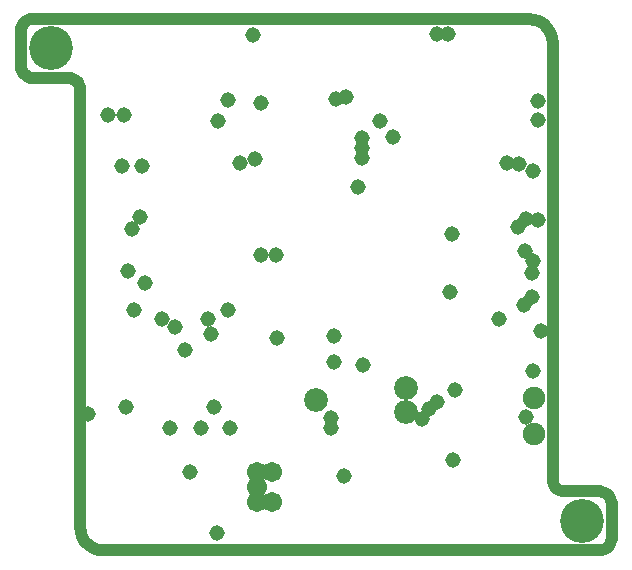
<source format=gbr>
%TF.GenerationSoftware,Altium Limited,Altium NEXUS,3.2.6 (83)*%
G04 Layer_Physical_Order=3*
G04 Layer_Color=128*
%FSLAX44Y44*%
%MOMM*%
%TF.SameCoordinates,1D3023CA-0B4D-445B-B615-3EAEB33096E1*%
%TF.FilePolarity,Negative*%
%TF.FileFunction,Copper,L3,Inr,Plane*%
%TF.Part,Single*%
G01*
G75*
%TA.AperFunction,NonConductor*%
%ADD68C,1.0160*%
%TA.AperFunction,ComponentPad*%
%ADD69C,1.9160*%
%ADD70C,2.0160*%
%ADD71C,1.7160*%
%TA.AperFunction,ViaPad*%
%ADD72C,3.7160*%
%ADD73C,1.3160*%
D68*
X284510Y1455839D02*
X285249Y1453725D01*
X285500Y1451500D01*
X285500Y1081500D01*
X286001Y1077049D01*
X287481Y1072822D01*
X289863Y1069030D01*
X293030Y1065863D01*
X296822Y1063480D01*
X301049Y1062001D01*
X305500Y1061500D01*
X725500D01*
X727725Y1061751D01*
X729839Y1062490D01*
X731735Y1063681D01*
X733318Y1065265D01*
X734510Y1067161D01*
X735249Y1069275D01*
X735500Y1071500D01*
Y1101500D01*
X735249Y1103725D02*
X735500Y1101500D01*
X734510Y1105839D02*
X735249Y1103725D01*
X733318Y1107735D02*
X734510Y1105839D01*
X731735Y1109318D02*
X733318Y1107735D01*
X729839Y1110509D02*
X731735Y1109318D01*
X727725Y1111249D02*
X729839Y1110509D01*
X725500Y1111500D02*
X727725Y1111249D01*
X695500Y1111500D02*
X725500D01*
X693275Y1111751D02*
X695500Y1111500D01*
X691161Y1112490D02*
X693275Y1111751D01*
X689265Y1113681D02*
X691161Y1112490D01*
X687682Y1115265D02*
X689265Y1113681D01*
X686490Y1117161D02*
X687682Y1115265D01*
X685751Y1119275D02*
X686490Y1117161D01*
X685500Y1121500D02*
X685751Y1119275D01*
X685500Y1121500D02*
Y1491500D01*
X684998Y1495950D02*
X685500Y1491500D01*
X683519Y1500177D02*
X684998Y1495950D01*
X681137Y1503970D02*
X683519Y1500177D01*
X677970Y1507136D02*
X681137Y1503970D01*
X674178Y1509519D02*
X677970Y1507136D01*
X669950Y1510998D02*
X674178Y1509519D01*
X665500Y1511500D02*
X669950Y1510998D01*
X245500Y1511500D02*
X665500D01*
X243275Y1511249D02*
X245500Y1511500D01*
X241161Y1510510D02*
X243275Y1511249D01*
X239265Y1509318D02*
X241161Y1510510D01*
X237682Y1507735D02*
X239265Y1509318D01*
X236490Y1505839D02*
X237682Y1507735D01*
X235751Y1503725D02*
X236490Y1505839D01*
X235751Y1469275D02*
X236490Y1467161D01*
X237682Y1465265D01*
X239265Y1463681D01*
X241161Y1462490D01*
X243275Y1461750D01*
X245500Y1461500D01*
X275500D01*
X277725Y1461249D01*
X279839Y1460510D01*
X281735Y1459318D01*
X283318Y1457735D01*
X284510Y1455839D01*
X235500Y1471500D02*
X235751Y1469275D01*
X235500Y1471500D02*
Y1501500D01*
X235751Y1503725D01*
D69*
X669500Y1160250D02*
D03*
Y1190250D02*
D03*
D70*
X561100Y1199000D02*
D03*
X484900Y1188850D02*
D03*
X561100Y1178700D02*
D03*
D71*
X435250Y1115200D02*
D03*
Y1127900D02*
D03*
Y1102500D02*
D03*
X447950Y1127900D02*
D03*
Y1102500D02*
D03*
D72*
X710500Y1086500D02*
D03*
X260500Y1486500D02*
D03*
D73*
X401000Y1075835D02*
D03*
X378750Y1127500D02*
D03*
X600883Y1137883D02*
D03*
X308855Y1429750D02*
D03*
X402500Y1424750D02*
D03*
X438219Y1440676D02*
D03*
X421000Y1389250D02*
D03*
X433250Y1392875D02*
D03*
X387750Y1164750D02*
D03*
X661500Y1269500D02*
D03*
X668485Y1276075D02*
D03*
X329750Y1333750D02*
D03*
X331000Y1264750D02*
D03*
X325766Y1298063D02*
D03*
X396441Y1244855D02*
D03*
X354605Y1257250D02*
D03*
X340017Y1288313D02*
D03*
X411000Y1442500D02*
D03*
X662000Y1315000D02*
D03*
X600250Y1329500D02*
D03*
X656000Y1335250D02*
D03*
X663000Y1342500D02*
D03*
X672750Y1341000D02*
D03*
X668533Y1382567D02*
D03*
X509250Y1124750D02*
D03*
X322476Y1430418D02*
D03*
X668783Y1213559D02*
D03*
X292040Y1177133D02*
D03*
X550250Y1411103D02*
D03*
X524270Y1410853D02*
D03*
X539000Y1425000D02*
D03*
X497750Y1173895D02*
D03*
X500250Y1221000D02*
D03*
X497750Y1165250D02*
D03*
X502397Y1443351D02*
D03*
X587311Y1187395D02*
D03*
X580750Y1181000D02*
D03*
X575250Y1172500D02*
D03*
X602500Y1197500D02*
D03*
X500250Y1242750D02*
D03*
X451500Y1312000D02*
D03*
X439000Y1311250D02*
D03*
X366228Y1250478D02*
D03*
X410855Y1265059D02*
D03*
X394019Y1257811D02*
D03*
X336250Y1344000D02*
D03*
X320605Y1387250D02*
D03*
X663210Y1174710D02*
D03*
X324395Y1182500D02*
D03*
X525000Y1218250D02*
D03*
X452500Y1241250D02*
D03*
X338000Y1387250D02*
D03*
X374522Y1230772D02*
D03*
X646624Y1389519D02*
D03*
X668220Y1296617D02*
D03*
X412250Y1164750D02*
D03*
X362000D02*
D03*
X399103Y1182500D02*
D03*
X520750Y1369000D02*
D03*
X656782Y1389068D02*
D03*
X524270Y1393397D02*
D03*
X598750Y1280250D02*
D03*
X431500Y1497500D02*
D03*
X510933Y1445040D02*
D03*
X673000Y1442000D02*
D03*
X673250Y1426250D02*
D03*
X640250Y1257500D02*
D03*
X668750Y1306875D02*
D03*
X676000Y1247500D02*
D03*
X597000Y1499000D02*
D03*
X587250D02*
D03*
X524270Y1402250D02*
D03*
%TF.MD5,66cf94d926d218beda3decc8fb2eb7d1*%
M02*

</source>
